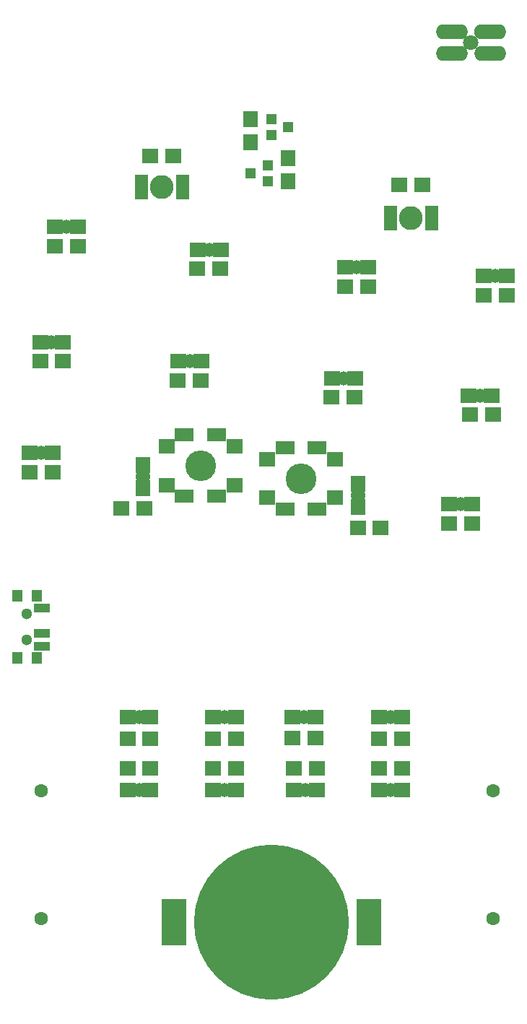
<source format=gts>
G04 #@! TF.GenerationSoftware,KiCad,Pcbnew,(5.0.0-rc2-dev-222-g3b0a758)*
G04 #@! TF.CreationDate,2018-12-23T16:49:18+01:00*
G04 #@! TF.ProjectId,35c3_badge,333563335F62616467652E6B69636164,rev?*
G04 #@! TF.SameCoordinates,PX2faf080PY2faf080*
G04 #@! TF.FileFunction,Soldermask,Top*
G04 #@! TF.FilePolarity,Negative*
%FSLAX46Y46*%
G04 Gerber Fmt 4.6, Leading zero omitted, Abs format (unit mm)*
G04 Created by KiCad (PCBNEW (5.0.0-rc2-dev-222-g3b0a758)) date Sunday, 23 December 2018 at 16:49:18*
%MOMM*%
%LPD*%
G01*
G04 APERTURE LIST*
%ADD10R,2.940000X5.480000*%
%ADD11C,18.180000*%
%ADD12C,2.800000*%
%ADD13R,1.600000X3.000000*%
%ADD14R,1.300000X1.200000*%
%ADD15C,1.600000*%
%ADD16R,1.200000X1.400000*%
%ADD17R,1.900000X1.100000*%
%ADD18C,1.300000*%
%ADD19R,1.900000X1.700000*%
%ADD20C,1.700000*%
%ADD21R,1.700000X1.900000*%
%ADD22C,1.802000*%
%ADD23O,3.750000X1.750000*%
%ADD24O,1.750000X1.750000*%
%ADD25C,1.750000*%
%ADD26R,1.950000X1.700000*%
%ADD27C,3.600000*%
%ADD28R,2.200000X1.600000*%
G04 APERTURE END LIST*
D10*
X29070000Y-109000000D03*
X51930000Y-109000000D03*
D11*
X40500000Y-109000000D03*
D12*
X56900000Y-26500000D03*
D13*
X59300000Y-26500000D03*
X54500000Y-26500000D03*
X30100000Y-22800000D03*
X25300000Y-22800000D03*
D12*
X27700000Y-22800000D03*
D14*
X40500000Y-14850000D03*
X40500000Y-16750000D03*
X42500000Y-15800000D03*
X38100000Y-21200000D03*
X40100000Y-20250000D03*
X40100000Y-22150000D03*
D15*
X13500000Y-93600000D03*
X66500000Y-93600000D03*
X66500000Y-108600000D03*
X13500000Y-108600000D03*
D16*
X12980000Y-70750000D03*
X12980000Y-78050000D03*
X10770000Y-78050000D03*
X10770000Y-70750000D03*
D17*
X13630000Y-76650000D03*
X13630000Y-75150000D03*
X13630000Y-72150000D03*
D18*
X11870000Y-75900000D03*
X11870000Y-72900000D03*
D19*
X32350000Y-43250000D03*
X29650000Y-43250000D03*
D20*
X31000000Y-43250000D03*
D19*
X36350000Y-93500000D03*
X33650000Y-93500000D03*
D20*
X35000000Y-93500000D03*
D19*
X17850000Y-27500000D03*
X15150000Y-27500000D03*
D20*
X16500000Y-27500000D03*
D19*
X45850000Y-93500000D03*
X43150000Y-93500000D03*
D20*
X44500000Y-93500000D03*
D19*
X64100000Y-60000000D03*
X61400000Y-60000000D03*
D20*
X62750000Y-60000000D03*
D19*
X45700000Y-85000000D03*
X43000000Y-85000000D03*
D20*
X44350000Y-85000000D03*
D19*
X14850000Y-54000000D03*
X12150000Y-54000000D03*
D20*
X13500000Y-54000000D03*
D19*
X55850000Y-85000000D03*
X53150000Y-85000000D03*
D20*
X54500000Y-85000000D03*
D19*
X68100000Y-33250000D03*
X65400000Y-33250000D03*
D20*
X66750000Y-33250000D03*
D19*
X51850000Y-32250000D03*
X49150000Y-32250000D03*
D20*
X50500000Y-32250000D03*
D19*
X66350000Y-47250000D03*
X63650000Y-47250000D03*
D20*
X65000000Y-47250000D03*
D19*
X55850000Y-93500000D03*
X53150000Y-93500000D03*
D20*
X54500000Y-93500000D03*
D19*
X26350000Y-93500000D03*
X23650000Y-93500000D03*
D20*
X25000000Y-93500000D03*
D21*
X25500000Y-55400000D03*
X25500000Y-58100000D03*
D20*
X25500000Y-56750000D03*
D19*
X36350000Y-85000000D03*
X33650000Y-85000000D03*
D20*
X35000000Y-85000000D03*
D19*
X16100000Y-41000000D03*
X13400000Y-41000000D03*
D20*
X14750000Y-41000000D03*
D21*
X50685001Y-57650000D03*
X50685001Y-60350000D03*
D20*
X50685001Y-59000000D03*
D19*
X50350000Y-45250000D03*
X47650000Y-45250000D03*
D20*
X49000000Y-45250000D03*
D19*
X34600000Y-30200000D03*
X31900000Y-30200000D03*
D20*
X33250000Y-30200000D03*
D19*
X26350000Y-85000000D03*
X23650000Y-85000000D03*
D20*
X25000000Y-85000000D03*
D22*
X63930000Y-5870000D03*
D23*
X61660000Y-7140000D03*
X61660000Y-4600000D03*
X66200000Y-7140000D03*
X66200000Y-4600000D03*
D24*
X62660000Y-7140000D03*
X65200000Y-7140000D03*
X62660000Y-4600000D03*
D25*
X65200000Y-4600000D03*
D19*
X55550000Y-22600000D03*
X58250000Y-22600000D03*
D21*
X42500000Y-19450000D03*
X42500000Y-22150000D03*
X38100000Y-14850000D03*
X38100000Y-17550000D03*
D19*
X29050000Y-19200000D03*
X26350000Y-19200000D03*
X32250000Y-45500000D03*
X29550000Y-45500000D03*
X33700000Y-91000000D03*
X36400000Y-91000000D03*
X17850000Y-29750000D03*
X15150000Y-29750000D03*
X43150000Y-91000000D03*
X45850000Y-91000000D03*
X64100000Y-62250000D03*
X61400000Y-62250000D03*
X43000000Y-87450000D03*
X45700000Y-87450000D03*
X14850000Y-56250000D03*
X12150000Y-56250000D03*
X53150000Y-87500000D03*
X55850000Y-87500000D03*
X68100000Y-35500000D03*
X65400000Y-35500000D03*
X49150000Y-34500000D03*
X51850000Y-34500000D03*
X66500000Y-49500000D03*
X63800000Y-49500000D03*
X55850000Y-91000000D03*
X53150000Y-91000000D03*
X26350000Y-91000000D03*
X23650000Y-91000000D03*
X25600000Y-60500000D03*
X22900000Y-60500000D03*
X33650000Y-87500000D03*
X36350000Y-87500000D03*
X13400000Y-43250000D03*
X16100000Y-43250000D03*
X53350000Y-62750000D03*
X50650000Y-62750000D03*
X47550000Y-47500000D03*
X50250000Y-47500000D03*
X31850000Y-32400000D03*
X34550000Y-32400000D03*
X23650000Y-87500000D03*
X26350000Y-87500000D03*
D26*
X47975000Y-59250000D03*
X40025000Y-59250000D03*
X47975000Y-54750000D03*
X40025000Y-54750000D03*
D27*
X44000000Y-57000000D03*
D28*
X45900000Y-53400000D03*
X42100000Y-53400000D03*
X42100000Y-60600000D03*
X45900000Y-60600000D03*
X34100000Y-59100000D03*
X30300000Y-59100000D03*
X30300000Y-51900000D03*
X34100000Y-51900000D03*
D27*
X32200000Y-55500000D03*
D26*
X28225000Y-53250000D03*
X36175000Y-53250000D03*
X28225000Y-57750000D03*
X36175000Y-57750000D03*
M02*

</source>
